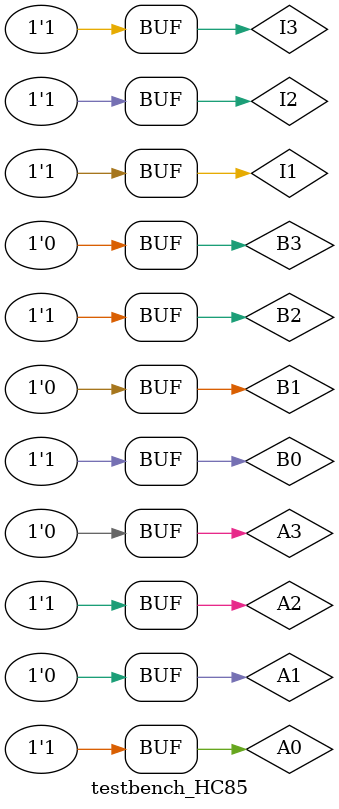
<source format=v>
`timescale 1ns/1ns
module testbench_HC85;
	reg A3, A2, A1, A0, B3, B2, B1, B0, I1, I2, I3;	
	
	wire Q1, Q2, Q3;
	
	HC_85 test_HC_85(A3, A2, A1, A0, B3, B2, B1, B0, I1, I2, I3, Q1, Q2, Q3);

	initial
		begin
			A3 = 0; A2 = 0; A1 = 1; A0 = 0;
			B3 = 0; B2 = 1; B1 = 0; B0 = 1;
			#20 A2 = 1; A1 = 0; A0 = 1;	I1 = 0; I2 = 0; I3 = 0;		
			#20 I3 = 1;
			#20 I1 = 1; I3 = 0;
			#20 I3 = 1;
			#20 I2 = 1;
			
		end
		
endmodule
</source>
